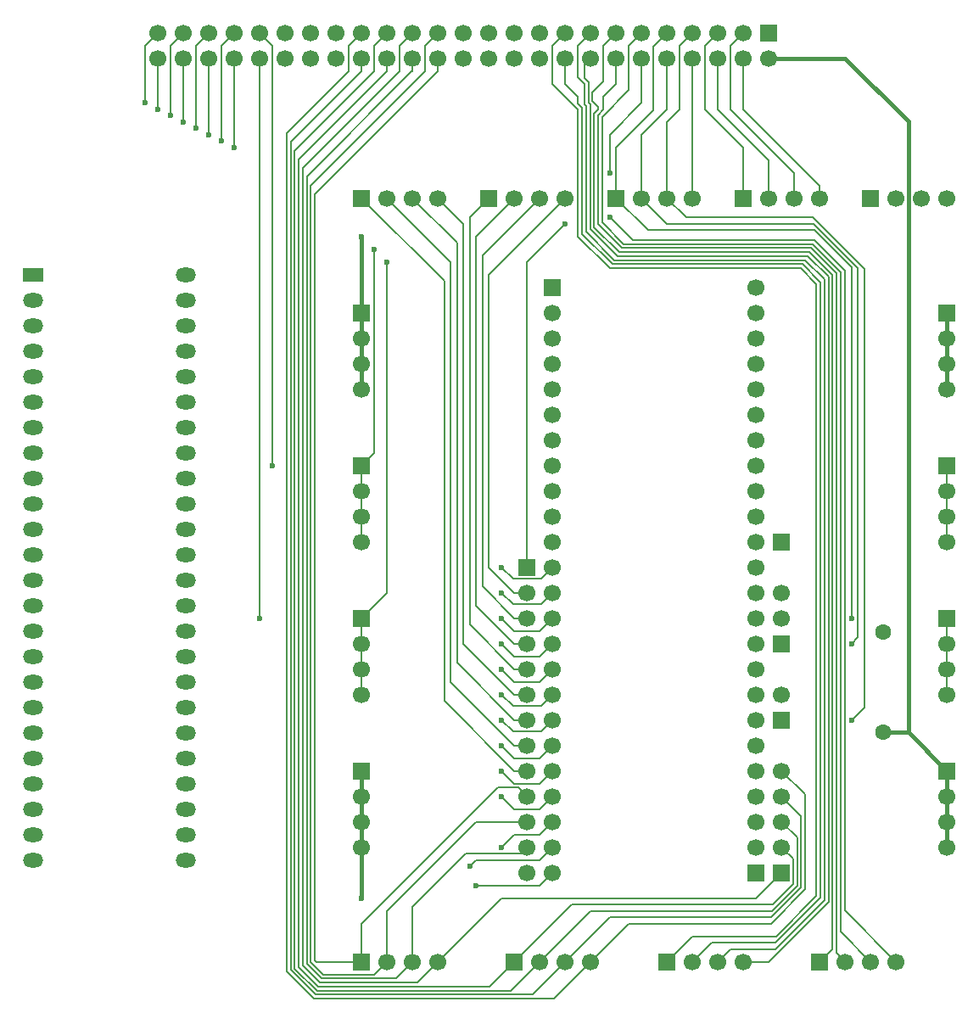
<source format=gbl>
%TF.GenerationSoftware,KiCad,Pcbnew,9.0.3+1*%
%TF.CreationDate,2025-09-17T15:15:53+09:00*%
%TF.ProjectId,romread-adapter,726f6d72-6561-4642-9d61-646170746572,0-0*%
%TF.SameCoordinates,Original*%
%TF.FileFunction,Copper,L2,Bot*%
%TF.FilePolarity,Positive*%
%FSLAX46Y46*%
G04 Gerber Fmt 4.6, Leading zero omitted, Abs format (unit mm)*
G04 Created by KiCad (PCBNEW 9.0.3+1) date 2025-09-17 15:15:53*
%MOMM*%
%LPD*%
G01*
G04 APERTURE LIST*
%TA.AperFunction,ComponentPad*%
%ADD10R,1.700000X1.700000*%
%TD*%
%TA.AperFunction,ComponentPad*%
%ADD11C,1.700000*%
%TD*%
%TA.AperFunction,ComponentPad*%
%ADD12R,2.000000X1.440000*%
%TD*%
%TA.AperFunction,ComponentPad*%
%ADD13O,2.000000X1.440000*%
%TD*%
%TA.AperFunction,ComponentPad*%
%ADD14C,1.600000*%
%TD*%
%TA.AperFunction,ViaPad*%
%ADD15C,0.600000*%
%TD*%
%TA.AperFunction,Conductor*%
%ADD16C,0.400000*%
%TD*%
%TA.AperFunction,Conductor*%
%ADD17C,0.200000*%
%TD*%
G04 APERTURE END LIST*
D10*
%TO.P,JH41,1,VCC*%
%TO.N,VCC*%
X196850000Y-81276902D03*
D11*
%TO.P,JH41,2,VCC*%
X196850000Y-83816902D03*
%TO.P,JH41,3,VCC*%
X196850000Y-86356902D03*
%TO.P,JH41,4,VCC*%
X196850000Y-88896902D03*
%TD*%
D10*
%TO.P,JH32,1,CS*%
%TO.N,CS*%
X138430000Y-96520000D03*
D11*
%TO.P,JH32,2,CS*%
X138430000Y-99060000D03*
%TO.P,JH32,3,CS*%
X138430000Y-101600000D03*
%TO.P,JH32,4,CS*%
X138430000Y-104140000D03*
%TD*%
D10*
%TO.P,JH42,1,CS*%
%TO.N,CS*%
X196850000Y-96516902D03*
D11*
%TO.P,JH42,2,CS*%
X196850000Y-99056902D03*
%TO.P,JH42,3,CS*%
X196850000Y-101596902D03*
%TO.P,JH42,4,CS*%
X196850000Y-104136902D03*
%TD*%
D10*
%TO.P,JH1,1,Vcc*%
%TO.N,VCC*%
X179070000Y-53340000D03*
D11*
%TO.P,JH1,2,GND*%
%TO.N,GND*%
X179070000Y-55880000D03*
%TO.P,JH1,3,A14*%
%TO.N,A14*%
X176530000Y-53340000D03*
%TO.P,JH1,4,A15*%
%TO.N,A15*%
X176530000Y-55880000D03*
%TO.P,JH1,5,A12*%
%TO.N,A12*%
X173990000Y-53340000D03*
%TO.P,JH1,6,A13*%
%TO.N,A13*%
X173990000Y-55880000D03*
%TO.P,JH1,7,A10*%
%TO.N,A10*%
X171450000Y-53340000D03*
%TO.P,JH1,8,A11*%
%TO.N,A11*%
X171450000Y-55880000D03*
%TO.P,JH1,9,A8*%
%TO.N,A8*%
X168910000Y-53340000D03*
%TO.P,JH1,10,A9*%
%TO.N,A9*%
X168910000Y-55880000D03*
%TO.P,JH1,11,D14*%
%TO.N,D14*%
X166370000Y-53340000D03*
%TO.P,JH1,12,D15*%
%TO.N,D15*%
X166370000Y-55880000D03*
%TO.P,JH1,13,D12*%
%TO.N,D12*%
X163830000Y-53340000D03*
%TO.P,JH1,14,D13*%
%TO.N,D13*%
X163830000Y-55880000D03*
%TO.P,JH1,15,D10*%
%TO.N,D10*%
X161290000Y-53340000D03*
%TO.P,JH1,16,D11*%
%TO.N,D11*%
X161290000Y-55880000D03*
%TO.P,JH1,17,D8*%
%TO.N,D8*%
X158750000Y-53340000D03*
%TO.P,JH1,18,D9*%
%TO.N,D9*%
X158750000Y-55880000D03*
%TO.P,JH1,19,P19*%
%TO.N,unconnected-(JH1-P19-Pad19)*%
X156210000Y-53340000D03*
%TO.P,JH1,20,P20*%
%TO.N,unconnected-(JH1-P20-Pad20)*%
X156210000Y-55880000D03*
%TO.P,JH1,21,P21*%
%TO.N,unconnected-(JH1-P21-Pad21)*%
X153670000Y-53340000D03*
%TO.P,JH1,22,P22*%
%TO.N,unconnected-(JH1-P22-Pad22)*%
X153670000Y-55880000D03*
%TO.P,JH1,23,P23*%
%TO.N,unconnected-(JH1-P23-Pad23)*%
X151130000Y-53340000D03*
%TO.P,JH1,24,P24*%
%TO.N,unconnected-(JH1-P24-Pad24)*%
X151130000Y-55880000D03*
%TO.P,JH1,25,P25*%
%TO.N,unconnected-(JH1-P25-Pad25)*%
X148590000Y-53340000D03*
%TO.P,JH1,26,P26*%
%TO.N,unconnected-(JH1-P26-Pad26)*%
X148590000Y-55880000D03*
%TO.P,JH1,27,D1*%
%TO.N,D1*%
X146050000Y-53340000D03*
%TO.P,JH1,28,D0*%
%TO.N,D0*%
X146050000Y-55880000D03*
%TO.P,JH1,29,D3*%
%TO.N,D3*%
X143510000Y-53340000D03*
%TO.P,JH1,30,D2*%
%TO.N,D2*%
X143510000Y-55880000D03*
%TO.P,JH1,31,D5*%
%TO.N,D5*%
X140970000Y-53340000D03*
%TO.P,JH1,32,D4*%
%TO.N,D4*%
X140970000Y-55880000D03*
%TO.P,JH1,33,D7*%
%TO.N,D7*%
X138430000Y-53340000D03*
%TO.P,JH1,34,D6*%
%TO.N,D6*%
X138430000Y-55880000D03*
%TO.P,JH1,35,A18*%
%TO.N,A18*%
X135890000Y-53340000D03*
%TO.P,JH1,36,A19*%
%TO.N,A19*%
X135890000Y-55880000D03*
%TO.P,JH1,37,A16*%
%TO.N,A16*%
X133350000Y-53340000D03*
%TO.P,JH1,38,A17*%
%TO.N,A17*%
X133350000Y-55880000D03*
%TO.P,JH1,39,P39*%
%TO.N,unconnected-(JH1-P39-Pad39)*%
X130810000Y-53340000D03*
%TO.P,JH1,40,P40*%
%TO.N,unconnected-(JH1-P40-Pad40)*%
X130810000Y-55880000D03*
%TO.P,JH1,41,CS*%
%TO.N,CS*%
X128270000Y-53340000D03*
%TO.P,JH1,42,~{CS}*%
%TO.N,~{CS}*%
X128270000Y-55880000D03*
%TO.P,JH1,43,A1*%
%TO.N,A1*%
X125730000Y-53340000D03*
%TO.P,JH1,44,A0*%
%TO.N,A0*%
X125730000Y-55880000D03*
%TO.P,JH1,45,A3*%
%TO.N,A3*%
X123190000Y-53340000D03*
%TO.P,JH1,46,A2*%
%TO.N,A2*%
X123190000Y-55880000D03*
%TO.P,JH1,47,A5*%
%TO.N,A5*%
X120650000Y-53340000D03*
%TO.P,JH1,48,A4*%
%TO.N,A4*%
X120650000Y-55880000D03*
%TO.P,JH1,49,A7*%
%TO.N,A7*%
X118110000Y-53340000D03*
%TO.P,JH1,50,A6*%
%TO.N,A6*%
X118110000Y-55880000D03*
%TD*%
D10*
%TO.P,JR3,1,Pin_25*%
%TO.N,Net-(JR1-Pin_25)*%
X177800000Y-137156902D03*
D11*
%TO.P,JR3,2,Pin_26*%
%TO.N,Net-(JR1-Pin_26)*%
X177800000Y-134616902D03*
%TO.P,JR3,3,Pin_27*%
%TO.N,Net-(JR1-Pin_27)*%
X177800000Y-132076902D03*
%TO.P,JR3,4,Pin_28*%
%TO.N,Net-(JR1-Pin_28)*%
X177800000Y-129536902D03*
%TO.P,JR3,5,Pin_29*%
%TO.N,Net-(JR1-Pin_29)*%
X177800000Y-126996902D03*
%TO.P,JR3,6,Pin_30*%
%TO.N,Net-(JR1-Pin_30)*%
X177800000Y-124456902D03*
%TO.P,JR3,7,Pin_31*%
%TO.N,Net-(JR1-Pin_31)*%
X177800000Y-121916902D03*
%TO.P,JR3,8,Pin_32*%
%TO.N,Net-(JR1-Pin_32)*%
X177800000Y-119376902D03*
%TO.P,JR3,9,Pin_33*%
%TO.N,Net-(JR1-Pin_33)*%
X177800000Y-116836902D03*
%TO.P,JR3,10,Pin_34*%
%TO.N,Net-(JR1-Pin_34)*%
X177800000Y-114296902D03*
%TO.P,JR3,11,Pin_35*%
%TO.N,Net-(JR1-Pin_35)*%
X177800000Y-111756902D03*
%TO.P,JR3,12,Pin_36*%
%TO.N,Net-(JR1-Pin_36)*%
X177800000Y-109216902D03*
%TO.P,JR3,13,Pin_37*%
%TO.N,Net-(JR1-Pin_37)*%
X177800000Y-106676902D03*
%TO.P,JR3,14,Pin_38*%
%TO.N,Net-(JR1-Pin_38)*%
X177800000Y-104136902D03*
%TO.P,JR3,15,Pin_39*%
%TO.N,Net-(JR1-Pin_39)*%
X177800000Y-101596902D03*
%TO.P,JR3,16,Pin_40*%
%TO.N,Net-(JR1-Pin_40)*%
X177800000Y-99056902D03*
%TO.P,JR3,17,Pin_41*%
%TO.N,Net-(JR1-Pin_41)*%
X177800000Y-96516902D03*
%TO.P,JR3,18,Pin_42*%
%TO.N,Net-(JR1-Pin_42)*%
X177800000Y-93976902D03*
%TO.P,JR3,19,Pin_43*%
%TO.N,Net-(JR1-Pin_43)*%
X177800000Y-91436902D03*
%TO.P,JR3,20,Pin_44*%
%TO.N,Net-(JR1-Pin_44)*%
X177800000Y-88896902D03*
%TO.P,JR3,21,Pin_45*%
%TO.N,Net-(JR1-Pin_45)*%
X177800000Y-86356902D03*
%TO.P,JR3,22,Pin_46*%
%TO.N,Net-(JR1-Pin_46)*%
X177800000Y-83816902D03*
%TO.P,JR3,23,Pin_47*%
%TO.N,Net-(JR1-Pin_47)*%
X177800000Y-81276902D03*
%TO.P,JR3,24,Pin_48*%
%TO.N,Net-(JR1-Pin_48)*%
X177800000Y-78736902D03*
%TD*%
D10*
%TO.P,JH2,1,A12*%
%TO.N,A12*%
X154940000Y-106680000D03*
D11*
%TO.P,JH2,2,A7*%
%TO.N,A7*%
X154940000Y-109220000D03*
%TO.P,JH2,3,A6*%
%TO.N,A6*%
X154940000Y-111760000D03*
%TO.P,JH2,4,A5*%
%TO.N,A5*%
X154940000Y-114300000D03*
%TO.P,JH2,5,A4*%
%TO.N,A4*%
X154940000Y-116840000D03*
%TO.P,JH2,6,A3*%
%TO.N,A3*%
X154940000Y-119380000D03*
%TO.P,JH2,7,A2*%
%TO.N,A2*%
X154940000Y-121920000D03*
%TO.P,JH2,8,A1*%
%TO.N,A1*%
X154940000Y-124460000D03*
%TO.P,JH2,9,A0*%
%TO.N,A0*%
X154940000Y-127000000D03*
%TO.P,JH2,10,D0*%
%TO.N,D0*%
X154940000Y-129540000D03*
%TO.P,JH2,11,D1*%
%TO.N,D1*%
X154940000Y-132080000D03*
%TO.P,JH2,12,D2*%
%TO.N,D2*%
X154940000Y-134620000D03*
%TO.P,JH2,13,GND*%
%TO.N,GND*%
X154940000Y-137160000D03*
%TD*%
D10*
%TO.P,JH14,1,A12*%
%TO.N,A12*%
X176530000Y-69850000D03*
D11*
%TO.P,JH14,2,A13*%
%TO.N,A13*%
X179070000Y-69850000D03*
%TO.P,JH14,3,A14*%
%TO.N,A14*%
X181610000Y-69850000D03*
%TO.P,JH14,4,A15*%
%TO.N,A15*%
X184150000Y-69850000D03*
%TD*%
D12*
%TO.P,JR1,1,Pin_1*%
%TO.N,Net-(JR1-Pin_1)*%
X105659000Y-77470000D03*
D13*
%TO.P,JR1,2,Pin_2*%
%TO.N,Net-(JR1-Pin_2)*%
X105659000Y-80010000D03*
%TO.P,JR1,3,Pin_3*%
%TO.N,Net-(JR1-Pin_3)*%
X105659000Y-82550000D03*
%TO.P,JR1,4,Pin_4*%
%TO.N,Net-(JR1-Pin_4)*%
X105659000Y-85090000D03*
%TO.P,JR1,5,Pin_5*%
%TO.N,Net-(JR1-Pin_5)*%
X105659000Y-87630000D03*
%TO.P,JR1,6,Pin_6*%
%TO.N,Net-(JR1-Pin_6)*%
X105659000Y-90170000D03*
%TO.P,JR1,7,Pin_7*%
%TO.N,Net-(JR1-Pin_7)*%
X105659000Y-92710000D03*
%TO.P,JR1,8,Pin_8*%
%TO.N,Net-(JR1-Pin_8)*%
X105659000Y-95250000D03*
%TO.P,JR1,9,Pin_9*%
%TO.N,Net-(JR1-Pin_9)*%
X105659000Y-97790000D03*
%TO.P,JR1,10,Pin_10*%
%TO.N,Net-(JR1-Pin_10)*%
X105659000Y-100330000D03*
%TO.P,JR1,11,Pin_11*%
%TO.N,Net-(JR1-Pin_11)*%
X105659000Y-102870000D03*
%TO.P,JR1,12,Pin_12*%
%TO.N,Net-(JR1-Pin_12)*%
X105659000Y-105410000D03*
%TO.P,JR1,13,Pin_13*%
%TO.N,Net-(JR1-Pin_13)*%
X105659000Y-107950000D03*
%TO.P,JR1,14,Pin_14*%
%TO.N,Net-(JR1-Pin_14)*%
X105659000Y-110490000D03*
%TO.P,JR1,15,Pin_15*%
%TO.N,Net-(JR1-Pin_15)*%
X105659000Y-113030000D03*
%TO.P,JR1,16,Pin_16*%
%TO.N,Net-(JR1-Pin_16)*%
X105659000Y-115570000D03*
%TO.P,JR1,17,Pin_17*%
%TO.N,Net-(JR1-Pin_17)*%
X105659000Y-118110000D03*
%TO.P,JR1,18,Pin_18*%
%TO.N,Net-(JR1-Pin_18)*%
X105659000Y-120650000D03*
%TO.P,JR1,19,Pin_19*%
%TO.N,Net-(JR1-Pin_19)*%
X105659000Y-123190000D03*
%TO.P,JR1,20,Pin_20*%
%TO.N,Net-(JR1-Pin_20)*%
X105659000Y-125730000D03*
%TO.P,JR1,21,Pin_21*%
%TO.N,Net-(JR1-Pin_21)*%
X105659000Y-128270000D03*
%TO.P,JR1,22,Pin_22*%
%TO.N,Net-(JR1-Pin_22)*%
X105659000Y-130810000D03*
%TO.P,JR1,23,Pin_23*%
%TO.N,Net-(JR1-Pin_23)*%
X105659000Y-133350000D03*
%TO.P,JR1,24,Pin_24*%
%TO.N,Net-(JR1-Pin_24)*%
X105659000Y-135890000D03*
%TO.P,JR1,25,Pin_25*%
%TO.N,Net-(JR1-Pin_25)*%
X120899000Y-135890000D03*
%TO.P,JR1,26,Pin_26*%
%TO.N,Net-(JR1-Pin_26)*%
X120899000Y-133350000D03*
%TO.P,JR1,27,Pin_27*%
%TO.N,Net-(JR1-Pin_27)*%
X120899000Y-130810000D03*
%TO.P,JR1,28,Pin_28*%
%TO.N,Net-(JR1-Pin_28)*%
X120899000Y-128270000D03*
%TO.P,JR1,29,Pin_29*%
%TO.N,Net-(JR1-Pin_29)*%
X120899000Y-125730000D03*
%TO.P,JR1,30,Pin_30*%
%TO.N,Net-(JR1-Pin_30)*%
X120899000Y-123190000D03*
%TO.P,JR1,31,Pin_31*%
%TO.N,Net-(JR1-Pin_31)*%
X120899000Y-120650000D03*
%TO.P,JR1,32,Pin_32*%
%TO.N,Net-(JR1-Pin_32)*%
X120899000Y-118110000D03*
%TO.P,JR1,33,Pin_33*%
%TO.N,Net-(JR1-Pin_33)*%
X120899000Y-115570000D03*
%TO.P,JR1,34,Pin_34*%
%TO.N,Net-(JR1-Pin_34)*%
X120899000Y-113030000D03*
%TO.P,JR1,35,Pin_35*%
%TO.N,Net-(JR1-Pin_35)*%
X120899000Y-110490000D03*
%TO.P,JR1,36,Pin_36*%
%TO.N,Net-(JR1-Pin_36)*%
X120899000Y-107950000D03*
%TO.P,JR1,37,Pin_37*%
%TO.N,Net-(JR1-Pin_37)*%
X120899000Y-105410000D03*
%TO.P,JR1,38,Pin_38*%
%TO.N,Net-(JR1-Pin_38)*%
X120899000Y-102870000D03*
%TO.P,JR1,39,Pin_39*%
%TO.N,Net-(JR1-Pin_39)*%
X120899000Y-100330000D03*
%TO.P,JR1,40,Pin_40*%
%TO.N,Net-(JR1-Pin_40)*%
X120899000Y-97790000D03*
%TO.P,JR1,41,Pin_41*%
%TO.N,Net-(JR1-Pin_41)*%
X120899000Y-95250000D03*
%TO.P,JR1,42,Pin_42*%
%TO.N,Net-(JR1-Pin_42)*%
X120899000Y-92710000D03*
%TO.P,JR1,43,Pin_43*%
%TO.N,Net-(JR1-Pin_43)*%
X120899000Y-90170000D03*
%TO.P,JR1,44,Pin_44*%
%TO.N,Net-(JR1-Pin_44)*%
X120899000Y-87630000D03*
%TO.P,JR1,45,Pin_45*%
%TO.N,Net-(JR1-Pin_45)*%
X120899000Y-85090000D03*
%TO.P,JR1,46,Pin_46*%
%TO.N,Net-(JR1-Pin_46)*%
X120899000Y-82550000D03*
%TO.P,JR1,47,Pin_47*%
%TO.N,Net-(JR1-Pin_47)*%
X120899000Y-80010000D03*
%TO.P,JR1,48,Pin_48*%
%TO.N,Net-(JR1-Pin_48)*%
X120899000Y-77470000D03*
%TD*%
D10*
%TO.P,JH6,1,VCC*%
%TO.N,VCC*%
X180340000Y-104136902D03*
%TD*%
%TO.P,JH43,1,~{CS}*%
%TO.N,~{CS}*%
X196850000Y-111756902D03*
D11*
%TO.P,JH43,2,~{CS}*%
X196850000Y-114296902D03*
%TO.P,JH43,3,~{CS}*%
X196850000Y-116836902D03*
%TO.P,JH43,4,~{CS}*%
X196850000Y-119376902D03*
%TD*%
D10*
%TO.P,JH23,1,D8*%
%TO.N,D8*%
X168910000Y-146050000D03*
D11*
%TO.P,JH23,2,D9*%
%TO.N,D9*%
X171450000Y-146050000D03*
%TO.P,JH23,3,D10*%
%TO.N,D10*%
X173990000Y-146050000D03*
%TO.P,JH23,4,D11*%
%TO.N,D11*%
X176530000Y-146050000D03*
%TD*%
D10*
%TO.P,JH22,1,D4*%
%TO.N,D4*%
X153670000Y-146050000D03*
D11*
%TO.P,JH22,2,D5*%
%TO.N,D5*%
X156210000Y-146050000D03*
%TO.P,JH22,3,D6*%
%TO.N,D6*%
X158750000Y-146050000D03*
%TO.P,JH22,4,D7*%
%TO.N,D7*%
X161290000Y-146050000D03*
%TD*%
D10*
%TO.P,JH24,1,D12*%
%TO.N,D12*%
X184150000Y-146050000D03*
D11*
%TO.P,JH24,2,D13*%
%TO.N,D13*%
X186690000Y-146050000D03*
%TO.P,JH24,3,D14*%
%TO.N,D14*%
X189230000Y-146050000D03*
%TO.P,JH24,4,D15*%
%TO.N,D15*%
X191770000Y-146050000D03*
%TD*%
D10*
%TO.P,JH31,1,VCC*%
%TO.N,VCC*%
X138430000Y-81280000D03*
D11*
%TO.P,JH31,2,VCC*%
X138430000Y-83820000D03*
%TO.P,JH31,3,VCC*%
X138430000Y-86360000D03*
%TO.P,JH31,4,VCC*%
X138430000Y-88900000D03*
%TD*%
D10*
%TO.P,JH34,1,GND*%
%TO.N,GND*%
X138430000Y-127000000D03*
D11*
%TO.P,JH34,2,GND*%
X138430000Y-129540000D03*
%TO.P,JH34,3,GND*%
X138430000Y-132080000D03*
%TO.P,JH34,4,GND*%
X138430000Y-134620000D03*
%TD*%
D10*
%TO.P,JH5,1,A9*%
%TO.N,A9*%
X180340000Y-114296902D03*
D11*
%TO.P,JH5,2,A8*%
%TO.N,A8*%
X180340000Y-111756902D03*
%TO.P,JH5,3,VCC*%
%TO.N,VCC*%
X180340000Y-109216902D03*
%TD*%
D10*
%TO.P,JH11,1,A0*%
%TO.N,A0*%
X138430000Y-69850000D03*
D11*
%TO.P,JH11,2,A1*%
%TO.N,A1*%
X140970000Y-69850000D03*
%TO.P,JH11,3,A2*%
%TO.N,A2*%
X143510000Y-69850000D03*
%TO.P,JH11,4,A3*%
%TO.N,A3*%
X146050000Y-69850000D03*
%TD*%
D10*
%TO.P,JH13,1,A8*%
%TO.N,A8*%
X163830000Y-69850000D03*
D11*
%TO.P,JH13,2,A9*%
%TO.N,A9*%
X166370000Y-69850000D03*
%TO.P,JH13,3,A10*%
%TO.N,A10*%
X168910000Y-69850000D03*
%TO.P,JH13,4,A11*%
%TO.N,A11*%
X171450000Y-69850000D03*
%TD*%
D14*
%TO.P,C1,1*%
%TO.N,VCC*%
X190500000Y-113110000D03*
%TO.P,C1,2*%
%TO.N,GND*%
X190500000Y-123110000D03*
%TD*%
D10*
%TO.P,JH4,1,A10*%
%TO.N,A10*%
X180340000Y-121916902D03*
D11*
%TO.P,JH4,2,~{CS}*%
%TO.N,~{CS}*%
X180340000Y-119376902D03*
%TD*%
D10*
%TO.P,JH21,1,D0*%
%TO.N,D0*%
X138430000Y-146050000D03*
D11*
%TO.P,JH21,2,D1*%
%TO.N,D1*%
X140970000Y-146050000D03*
%TO.P,JH21,3,D2*%
%TO.N,D2*%
X143510000Y-146050000D03*
%TO.P,JH21,4,D3*%
%TO.N,D3*%
X146050000Y-146050000D03*
%TD*%
D10*
%TO.P,JH33,1,~{CS}*%
%TO.N,~{CS}*%
X138430000Y-111760000D03*
D11*
%TO.P,JH33,2,~{CS}*%
X138430000Y-114300000D03*
%TO.P,JH33,3,~{CS}*%
X138430000Y-116840000D03*
%TO.P,JH33,4,~{CS}*%
X138430000Y-119380000D03*
%TD*%
D10*
%TO.P,JH15,1,A16*%
%TO.N,A16*%
X189230000Y-69850000D03*
D11*
%TO.P,JH15,2,A17*%
%TO.N,A17*%
X191770000Y-69850000D03*
%TO.P,JH15,3,A18*%
%TO.N,A18*%
X194310000Y-69850000D03*
%TO.P,JH15,4,A19*%
%TO.N,A19*%
X196850000Y-69850000D03*
%TD*%
D10*
%TO.P,JH3,1,D3*%
%TO.N,D3*%
X180340000Y-137156902D03*
D11*
%TO.P,JH3,2,D4*%
%TO.N,D4*%
X180340000Y-134616902D03*
%TO.P,JH3,3,D5*%
%TO.N,D5*%
X180340000Y-132076902D03*
%TO.P,JH3,4,D6*%
%TO.N,D6*%
X180340000Y-129536902D03*
%TO.P,JH3,5,D7*%
%TO.N,D7*%
X180340000Y-126996902D03*
%TD*%
D10*
%TO.P,JH44,1,GND*%
%TO.N,GND*%
X196850000Y-126996902D03*
D11*
%TO.P,JH44,2,GND*%
X196850000Y-129536902D03*
%TO.P,JH44,3,GND*%
X196850000Y-132076902D03*
%TO.P,JH44,4,GND*%
X196850000Y-134616902D03*
%TD*%
D10*
%TO.P,JR2,1,Pin_1*%
%TO.N,Net-(JR1-Pin_1)*%
X157480000Y-78740000D03*
D11*
%TO.P,JR2,2,Pin_2*%
%TO.N,Net-(JR1-Pin_2)*%
X157480000Y-81280000D03*
%TO.P,JR2,3,Pin_3*%
%TO.N,Net-(JR1-Pin_3)*%
X157480000Y-83820000D03*
%TO.P,JR2,4,Pin_4*%
%TO.N,Net-(JR1-Pin_4)*%
X157480000Y-86360000D03*
%TO.P,JR2,5,Pin_5*%
%TO.N,Net-(JR1-Pin_5)*%
X157480000Y-88900000D03*
%TO.P,JR2,6,Pin_6*%
%TO.N,Net-(JR1-Pin_6)*%
X157480000Y-91440000D03*
%TO.P,JR2,7,Pin_7*%
%TO.N,Net-(JR1-Pin_7)*%
X157480000Y-93980000D03*
%TO.P,JR2,8,Pin_8*%
%TO.N,Net-(JR1-Pin_8)*%
X157480000Y-96520000D03*
%TO.P,JR2,9,Pin_9*%
%TO.N,Net-(JR1-Pin_9)*%
X157480000Y-99060000D03*
%TO.P,JR2,10,Pin_10*%
%TO.N,Net-(JR1-Pin_10)*%
X157480000Y-101600000D03*
%TO.P,JR2,11,Pin_11*%
%TO.N,Net-(JR1-Pin_11)*%
X157480000Y-104140000D03*
%TO.P,JR2,12,Pin_12*%
%TO.N,Net-(JR1-Pin_12)*%
X157480000Y-106680000D03*
%TO.P,JR2,13,Pin_13*%
%TO.N,Net-(JR1-Pin_13)*%
X157480000Y-109220000D03*
%TO.P,JR2,14,Pin_14*%
%TO.N,Net-(JR1-Pin_14)*%
X157480000Y-111760000D03*
%TO.P,JR2,15,Pin_15*%
%TO.N,Net-(JR1-Pin_15)*%
X157480000Y-114300000D03*
%TO.P,JR2,16,Pin_16*%
%TO.N,Net-(JR1-Pin_16)*%
X157480000Y-116840000D03*
%TO.P,JR2,17,Pin_17*%
%TO.N,Net-(JR1-Pin_17)*%
X157480000Y-119380000D03*
%TO.P,JR2,18,Pin_18*%
%TO.N,Net-(JR1-Pin_18)*%
X157480000Y-121920000D03*
%TO.P,JR2,19,Pin_19*%
%TO.N,Net-(JR1-Pin_19)*%
X157480000Y-124460000D03*
%TO.P,JR2,20,Pin_20*%
%TO.N,Net-(JR1-Pin_20)*%
X157480000Y-127000000D03*
%TO.P,JR2,21,Pin_21*%
%TO.N,Net-(JR1-Pin_21)*%
X157480000Y-129540000D03*
%TO.P,JR2,22,Pin_22*%
%TO.N,Net-(JR1-Pin_22)*%
X157480000Y-132080000D03*
%TO.P,JR2,23,Pin_23*%
%TO.N,Net-(JR1-Pin_23)*%
X157480000Y-134620000D03*
%TO.P,JR2,24,Pin_24*%
%TO.N,Net-(JR1-Pin_24)*%
X157480000Y-137160000D03*
%TD*%
D10*
%TO.P,JH12,1,A4*%
%TO.N,A4*%
X151130000Y-69850000D03*
D11*
%TO.P,JH12,2,A5*%
%TO.N,A5*%
X153670000Y-69850000D03*
%TO.P,JH12,3,A6*%
%TO.N,A6*%
X156210000Y-69850000D03*
%TO.P,JH12,4,A7*%
%TO.N,A7*%
X158750000Y-69850000D03*
%TD*%
D15*
%TO.N,GND*%
X138430000Y-139700000D03*
%TO.N,VCC*%
X138430000Y-73660000D03*
%TO.N,A10*%
X187325000Y-121920000D03*
%TO.N,A1*%
X124460000Y-64135000D03*
%TO.N,A9*%
X187325000Y-114296902D03*
%TO.N,A6*%
X118110000Y-60960000D03*
%TO.N,A5*%
X119380000Y-61595000D03*
%TO.N,A3*%
X121920000Y-62865000D03*
%TO.N,A8*%
X187321902Y-111756902D03*
%TO.N,A4*%
X120650000Y-62230000D03*
%TO.N,CS*%
X129540000Y-96520000D03*
X139700000Y-74930000D03*
%TO.N,A7*%
X116840000Y-60325000D03*
%TO.N,A0*%
X125730000Y-64770000D03*
%TO.N,D15*%
X163195000Y-71755000D03*
X163195000Y-67310000D03*
%TO.N,~{CS}*%
X128270000Y-111760000D03*
X140970000Y-76200000D03*
%TO.N,A2*%
X123190000Y-63500000D03*
%TO.N,A12*%
X158750000Y-72390000D03*
%TO.N,Net-(JR1-Pin_18)*%
X152400000Y-121920000D03*
%TO.N,Net-(JR1-Pin_12)*%
X152400000Y-106680000D03*
%TO.N,Net-(JR1-Pin_24)*%
X149860000Y-138430000D03*
%TO.N,Net-(JR1-Pin_20)*%
X152400000Y-127000000D03*
%TO.N,Net-(JR1-Pin_22)*%
X152400000Y-134620000D03*
%TO.N,Net-(JR1-Pin_17)*%
X152400000Y-119380000D03*
%TO.N,Net-(JR1-Pin_15)*%
X152400000Y-114300000D03*
%TO.N,Net-(JR1-Pin_19)*%
X152400000Y-124460000D03*
%TO.N,Net-(JR1-Pin_13)*%
X152400000Y-109220000D03*
%TO.N,Net-(JR1-Pin_16)*%
X152400000Y-116840000D03*
%TO.N,Net-(JR1-Pin_21)*%
X152400000Y-129540000D03*
%TO.N,Net-(JR1-Pin_14)*%
X152400000Y-111760000D03*
%TO.N,Net-(JR1-Pin_23)*%
X149225000Y-136525000D03*
%TD*%
D16*
%TO.N,GND*%
X138430000Y-129540000D02*
X138430000Y-127000000D01*
X190500000Y-123110000D02*
X192960000Y-123110000D01*
X193021000Y-62211000D02*
X186690000Y-55880000D01*
X193021000Y-123171000D02*
X193021000Y-62211000D01*
X192960000Y-123110000D02*
X193021000Y-123171000D01*
X196850000Y-126996902D02*
X196845000Y-126996902D01*
X196845000Y-126996902D02*
X193021000Y-123172902D01*
X196850000Y-126996902D02*
X196850000Y-134616902D01*
X138430000Y-132080000D02*
X138430000Y-129540000D01*
X193021000Y-123172902D02*
X193021000Y-123171000D01*
X138430000Y-134620000D02*
X138430000Y-139700000D01*
X186690000Y-55880000D02*
X179070000Y-55880000D01*
X138430000Y-134620000D02*
X138430000Y-132080000D01*
%TO.N,VCC*%
X196850000Y-88896902D02*
X196850000Y-81276902D01*
X138430000Y-88900000D02*
X138430000Y-86360000D01*
X138430000Y-86360000D02*
X138430000Y-83820000D01*
X138430000Y-83820000D02*
X138430000Y-81280000D01*
X138430000Y-81280000D02*
X138430000Y-73660000D01*
D17*
%TO.N,A10*%
X187325000Y-121920000D02*
X188595000Y-120650000D01*
X188595000Y-120650000D02*
X188595000Y-76902900D01*
X188595000Y-76902900D02*
X183447100Y-71755000D01*
X183447100Y-71755000D02*
X170815000Y-71755000D01*
X168910000Y-62230000D02*
X168910000Y-69850000D01*
X170815000Y-71755000D02*
X168910000Y-69850000D01*
X170180000Y-54610000D02*
X170180000Y-60960000D01*
X171450000Y-53340000D02*
X170180000Y-54610000D01*
X170180000Y-60960000D02*
X168910000Y-62230000D01*
%TO.N,A1*%
X124460000Y-54610000D02*
X124460000Y-64135000D01*
X153670000Y-124460000D02*
X154940000Y-124460000D01*
X147320000Y-76200000D02*
X147320000Y-118110000D01*
X147320000Y-118110000D02*
X153670000Y-124460000D01*
X125730000Y-53340000D02*
X124460000Y-54610000D01*
X140970000Y-69850000D02*
X147320000Y-76200000D01*
%TO.N,D11*%
X179002100Y-146050000D02*
X176530000Y-146050000D01*
X161223000Y-72890100D02*
X163964900Y-75632000D01*
X161223000Y-60461700D02*
X161223000Y-72890100D01*
X182947000Y-75632000D02*
X185019000Y-77704000D01*
X185019000Y-77704000D02*
X185019000Y-140033100D01*
X161056000Y-60294700D02*
X161223000Y-60461700D01*
X160655000Y-57852900D02*
X161056000Y-58253900D01*
X161056000Y-58253900D02*
X161056000Y-60294700D01*
X163964900Y-75632000D02*
X182947000Y-75632000D01*
X185019000Y-140033100D02*
X179002100Y-146050000D01*
X161290000Y-55880000D02*
X160655000Y-56515000D01*
X160655000Y-56515000D02*
X160655000Y-57852900D01*
%TO.N,A9*%
X168910000Y-60960000D02*
X166370000Y-63500000D01*
X187960000Y-76835000D02*
X183515000Y-72390000D01*
X168910000Y-55880000D02*
X168910000Y-60960000D01*
X187960000Y-113661902D02*
X187960000Y-76835000D01*
X187325000Y-114296902D02*
X187960000Y-113661902D01*
X168910000Y-72390000D02*
X166370000Y-69850000D01*
X166370000Y-63500000D02*
X166370000Y-69850000D01*
X183515000Y-72390000D02*
X168910000Y-72390000D01*
%TO.N,D10*%
X160020000Y-54610000D02*
X161290000Y-53340000D01*
X160822000Y-60627800D02*
X160655000Y-60460800D01*
X160655000Y-60460800D02*
X160655000Y-58420000D01*
X160822000Y-73192000D02*
X160822000Y-60627800D01*
X163663000Y-76033000D02*
X160822000Y-73192000D01*
X179705000Y-144780000D02*
X184618000Y-139867000D01*
X173990000Y-146050000D02*
X175260000Y-144780000D01*
X160020000Y-57785000D02*
X160020000Y-54610000D01*
X160655000Y-58420000D02*
X160020000Y-57785000D01*
X184618000Y-139867000D02*
X184618000Y-77938000D01*
X175260000Y-144780000D02*
X179705000Y-144780000D01*
X182713000Y-76033000D02*
X163663000Y-76033000D01*
X184618000Y-77938000D02*
X182713000Y-76033000D01*
%TO.N,A14*%
X176530000Y-53340000D02*
X175260000Y-54610000D01*
X175260000Y-60993950D02*
X181610000Y-67343950D01*
X175260000Y-54610000D02*
X175260000Y-60993950D01*
X181610000Y-67343950D02*
X181610000Y-69850000D01*
%TO.N,A6*%
X153670000Y-111760000D02*
X154940000Y-111760000D01*
X118110000Y-55880000D02*
X118110000Y-60960000D01*
X156210000Y-69850000D02*
X150495000Y-75565000D01*
X150495000Y-108585000D02*
X153670000Y-111760000D01*
X150495000Y-75565000D02*
X150495000Y-108585000D01*
%TO.N,A5*%
X153670000Y-114300000D02*
X154940000Y-114300000D01*
X153670000Y-69850000D02*
X149860000Y-73660000D01*
X119380000Y-61595000D02*
X119380000Y-54610000D01*
X149860000Y-73660000D02*
X149860000Y-110490000D01*
X149860000Y-110490000D02*
X153670000Y-114300000D01*
X119380000Y-54610000D02*
X120650000Y-53340000D01*
%TO.N,A3*%
X146050000Y-69850000D02*
X148590000Y-72390000D01*
X121920000Y-62865000D02*
X121920000Y-54610000D01*
X153670000Y-119380000D02*
X154940000Y-119380000D01*
X148590000Y-114300000D02*
X153670000Y-119380000D01*
X121920000Y-54610000D02*
X123190000Y-53340000D01*
X148590000Y-72390000D02*
X148590000Y-114300000D01*
%TO.N,A8*%
X187325000Y-76767100D02*
X183582900Y-73025000D01*
X183582900Y-73025000D02*
X167005000Y-73025000D01*
X167005000Y-73025000D02*
X163830000Y-69850000D01*
X167521000Y-61079000D02*
X167521000Y-54729000D01*
X187321902Y-111756902D02*
X187325000Y-111753804D01*
X163830000Y-64770000D02*
X167521000Y-61079000D01*
X163830000Y-69850000D02*
X163830000Y-64770000D01*
X167521000Y-54729000D02*
X168910000Y-53340000D01*
X187325000Y-111753804D02*
X187325000Y-76767100D01*
%TO.N,A4*%
X120650000Y-55880000D02*
X120650000Y-62230000D01*
X151130000Y-69850000D02*
X149225000Y-71755000D01*
X149225000Y-71755000D02*
X149225000Y-112395000D01*
X149225000Y-112395000D02*
X153670000Y-116840000D01*
X153670000Y-116840000D02*
X154940000Y-116840000D01*
%TO.N,CS*%
X196850000Y-99056902D02*
X196850000Y-101596902D01*
X138430000Y-104140000D02*
X138430000Y-101600000D01*
X139700000Y-95250000D02*
X139700000Y-74930000D01*
X196850000Y-96516902D02*
X196850000Y-99056902D01*
X138430000Y-96520000D02*
X139700000Y-95250000D01*
X129540000Y-54610000D02*
X129540000Y-96520000D01*
X138430000Y-101600000D02*
X138430000Y-99060000D01*
X196850000Y-101596902D02*
X196850000Y-104136902D01*
X128270000Y-53340000D02*
X129540000Y-54610000D01*
X138430000Y-99060000D02*
X138430000Y-96520000D01*
%TO.N,A15*%
X176530000Y-55880000D02*
X176530000Y-60960000D01*
X176530000Y-60960000D02*
X184150000Y-68580000D01*
X184150000Y-68580000D02*
X184150000Y-69850000D01*
%TO.N,A7*%
X158750000Y-69850000D02*
X151130000Y-77470000D01*
X116840000Y-60325000D02*
X116840000Y-54610000D01*
X151130000Y-106680000D02*
X151130000Y-77470000D01*
X154940000Y-109220000D02*
X153670000Y-109220000D01*
X116840000Y-54610000D02*
X118110000Y-53340000D01*
X153670000Y-109220000D02*
X151130000Y-106680000D01*
%TO.N,A0*%
X138430000Y-69850000D02*
X146685000Y-78105000D01*
X154940000Y-127000000D02*
X153670000Y-127000000D01*
X146685000Y-120015000D02*
X146685000Y-78105000D01*
X153670000Y-127000000D02*
X146685000Y-120015000D01*
X125730000Y-64770000D02*
X125730000Y-55880000D01*
%TO.N,D9*%
X160020000Y-59690000D02*
X158750000Y-58420000D01*
X163429000Y-76434000D02*
X160421000Y-73426000D01*
X171450000Y-146050000D02*
X173355000Y-144145000D01*
X179705000Y-144145000D02*
X184217000Y-139633000D01*
X158750000Y-58420000D02*
X158750000Y-55880000D01*
X184217000Y-78239900D02*
X182411100Y-76434000D01*
X160421000Y-60793900D02*
X160020000Y-60392900D01*
X160421000Y-73426000D02*
X160421000Y-60793900D01*
X160020000Y-60392900D02*
X160020000Y-59690000D01*
X173355000Y-144145000D02*
X179705000Y-144145000D01*
X184217000Y-139633000D02*
X184217000Y-78239900D01*
X182411100Y-76434000D02*
X163429000Y-76434000D01*
%TO.N,D14*%
X162426000Y-72256000D02*
X162426000Y-61729000D01*
X189230000Y-146050000D02*
X186222000Y-143042000D01*
X186222000Y-143042000D02*
X186222000Y-77205700D01*
X164599000Y-74429000D02*
X162426000Y-72256000D01*
X183445300Y-74429000D02*
X164599000Y-74429000D01*
X165100000Y-59055000D02*
X165100000Y-54610000D01*
X162426000Y-61729000D02*
X165100000Y-59055000D01*
X186222000Y-77205700D02*
X183445300Y-74429000D01*
X165100000Y-54610000D02*
X166370000Y-53340000D01*
%TO.N,D13*%
X185821000Y-145181000D02*
X186690000Y-146050000D01*
X163830000Y-55880000D02*
X163830000Y-58420000D01*
X162560000Y-61027900D02*
X162025000Y-61562900D01*
X162560000Y-59690000D02*
X162560000Y-61027900D01*
X163830000Y-58420000D02*
X162560000Y-59690000D01*
X164432900Y-74830000D02*
X183279200Y-74830000D01*
X183279200Y-74830000D02*
X185821000Y-77371800D01*
X162025000Y-72422100D02*
X164432900Y-74830000D01*
X162025000Y-61562900D02*
X162025000Y-72422100D01*
X185821000Y-77371800D02*
X185821000Y-145181000D01*
%TO.N,D15*%
X165468000Y-74028000D02*
X163195000Y-71755000D01*
X163195000Y-63500000D02*
X166370000Y-60325000D01*
X186623000Y-77039600D02*
X183611400Y-74028000D01*
X183611400Y-74028000D02*
X165468000Y-74028000D01*
X163195000Y-67310000D02*
X163195000Y-63500000D01*
X186623000Y-140903000D02*
X186623000Y-77039600D01*
X166370000Y-60325000D02*
X166370000Y-55880000D01*
X191770000Y-146050000D02*
X186623000Y-140903000D01*
%TO.N,D5*%
X133955600Y-148924000D02*
X153336000Y-148924000D01*
X153336000Y-148924000D02*
X156210000Y-146050000D01*
X161290000Y-140970000D02*
X179396002Y-140970000D01*
X140970000Y-53340000D02*
X139700000Y-54610000D01*
X181892000Y-138474002D02*
X181892000Y-133628902D01*
X131746000Y-65104000D02*
X131746000Y-146714400D01*
X131746000Y-146714400D02*
X133955600Y-148924000D01*
X139700000Y-54610000D02*
X139700000Y-57150000D01*
X156210000Y-146050000D02*
X161290000Y-140970000D01*
X179396002Y-140970000D02*
X181892000Y-138474002D01*
X181892000Y-133628902D02*
X180340000Y-132076902D01*
X139700000Y-57150000D02*
X131746000Y-65104000D01*
%TO.N,A11*%
X171450000Y-69850000D02*
X171450000Y-55880000D01*
%TO.N,D2*%
X143510000Y-55880000D02*
X143510000Y-57082081D01*
X143510000Y-55880000D02*
X143510000Y-57150000D01*
X141839000Y-147721000D02*
X143510000Y-146050000D01*
X154305000Y-135255000D02*
X154940000Y-134620000D01*
X134453900Y-147721000D02*
X141839000Y-147721000D01*
X143510000Y-146050000D02*
X143510000Y-140545028D01*
X148800028Y-135255000D02*
X154305000Y-135255000D01*
X143510000Y-57082081D02*
X132949000Y-67643081D01*
X148695014Y-135360014D02*
X148834028Y-135221000D01*
X132949000Y-67643081D02*
X132949000Y-146216100D01*
X148695014Y-135360014D02*
X148800028Y-135255000D01*
X143510000Y-140545028D02*
X148695014Y-135360014D01*
X132949000Y-146216100D02*
X134453900Y-147721000D01*
%TO.N,~{CS}*%
X138430000Y-119380000D02*
X138430000Y-116840000D01*
X138430000Y-114300000D02*
X138430000Y-111760000D01*
X128270000Y-55880000D02*
X128270000Y-111760000D01*
X196850000Y-119376902D02*
X196850000Y-111756902D01*
X140970000Y-76200000D02*
X140970000Y-109220000D01*
X140970000Y-109220000D02*
X138430000Y-111760000D01*
X138430000Y-116840000D02*
X138430000Y-114300000D01*
%TO.N,D12*%
X161457000Y-59289000D02*
X161457000Y-60128600D01*
X183113100Y-75231000D02*
X185420000Y-77537900D01*
X162052000Y-60968800D02*
X161624000Y-61396800D01*
X163830000Y-53340000D02*
X162560000Y-54610000D01*
X185420000Y-77537900D02*
X185420000Y-144780000D01*
X161457000Y-60128600D02*
X162052000Y-60723600D01*
X161624000Y-72724000D02*
X164131000Y-75231000D01*
X162560000Y-54610000D02*
X162560000Y-58186000D01*
X162560000Y-58186000D02*
X161457000Y-59289000D01*
X164131000Y-75231000D02*
X183113100Y-75231000D01*
X162052000Y-60723600D02*
X162052000Y-60968800D01*
X161624000Y-61396800D02*
X161624000Y-72724000D01*
X185420000Y-144780000D02*
X184150000Y-146050000D01*
%TO.N,D0*%
X138430000Y-142240000D02*
X151999000Y-128671000D01*
X151999000Y-128671000D02*
X154071000Y-128671000D01*
X146050000Y-57150000D02*
X133751000Y-69449000D01*
X154071000Y-128671000D02*
X154940000Y-129540000D01*
X133751000Y-69449000D02*
X133751000Y-145883900D01*
X146050000Y-55880000D02*
X146050000Y-57150000D01*
X133751000Y-145883900D02*
X133917100Y-146050000D01*
X133917100Y-146050000D02*
X138430000Y-146050000D01*
X138430000Y-146050000D02*
X138430000Y-142240000D01*
%TO.N,A2*%
X143510000Y-69850000D02*
X147955000Y-74295000D01*
X153670000Y-121920000D02*
X154940000Y-121920000D01*
X123190000Y-63500000D02*
X123190000Y-55880000D01*
X147955000Y-116205000D02*
X153670000Y-121920000D01*
X147955000Y-74295000D02*
X147955000Y-116205000D01*
%TO.N,D6*%
X179328102Y-141605000D02*
X163195000Y-141605000D01*
X182293000Y-131489902D02*
X182293000Y-138640102D01*
X131345000Y-64235000D02*
X138430000Y-57150000D01*
X182293000Y-138640102D02*
X179328102Y-141605000D01*
X163195000Y-141605000D02*
X158750000Y-146050000D01*
X158750000Y-146050000D02*
X155475000Y-149325000D01*
X133789500Y-149325000D02*
X131345000Y-146880500D01*
X155475000Y-149325000D02*
X133789500Y-149325000D01*
X131345000Y-146880500D02*
X131345000Y-64235000D01*
X180340000Y-129536902D02*
X182293000Y-131489902D01*
X138430000Y-57150000D02*
X138430000Y-55880000D01*
%TO.N,A13*%
X179070000Y-69850000D02*
X179070000Y-66040000D01*
X173990000Y-60960000D02*
X173990000Y-55880000D01*
X179070000Y-66040000D02*
X173990000Y-60960000D01*
%TO.N,D7*%
X180340000Y-126996902D02*
X182694000Y-129350902D01*
X182694000Y-138806202D02*
X179260202Y-142240000D01*
X165100000Y-142240000D02*
X161290000Y-146050000D01*
X157614000Y-149726000D02*
X161290000Y-146050000D01*
X182694000Y-129350902D02*
X182694000Y-138806202D01*
X179260202Y-142240000D02*
X165100000Y-142240000D01*
X130944000Y-63366000D02*
X130944000Y-147046600D01*
X133623400Y-149726000D02*
X157614000Y-149726000D01*
X137160000Y-57150000D02*
X130944000Y-63366000D01*
X130944000Y-147046600D02*
X133623400Y-149726000D01*
X138430000Y-53340000D02*
X137160000Y-54610000D01*
X137160000Y-54610000D02*
X137160000Y-57150000D01*
%TO.N,A12*%
X172720000Y-60960000D02*
X172720000Y-54610000D01*
X154940000Y-106680000D02*
X154940000Y-76200000D01*
X176530000Y-69850000D02*
X176530000Y-64770000D01*
X154940000Y-76200000D02*
X158750000Y-72390000D01*
X176530000Y-64770000D02*
X172720000Y-60960000D01*
X172720000Y-54610000D02*
X173990000Y-53340000D01*
%TO.N,D1*%
X133350000Y-146050000D02*
X134620000Y-147320000D01*
X139700000Y-147320000D02*
X140970000Y-146050000D01*
X134620000Y-147320000D02*
X139700000Y-147320000D01*
X140970000Y-146050000D02*
X140970000Y-140970000D01*
X133350000Y-68580000D02*
X133350000Y-146050000D01*
X144780000Y-57150000D02*
X133350000Y-68580000D01*
X149860000Y-132080000D02*
X154940000Y-132080000D01*
X146050000Y-53340000D02*
X144780000Y-54610000D01*
X144780000Y-54610000D02*
X144780000Y-57150000D01*
X140970000Y-140970000D02*
X149860000Y-132080000D01*
%TO.N,D3*%
X143978000Y-148122000D02*
X146050000Y-146050000D01*
X180340000Y-137160000D02*
X177800000Y-139700000D01*
X132548000Y-66842000D02*
X132548000Y-146382200D01*
X142240000Y-54610000D02*
X142240000Y-57150000D01*
X152400000Y-139700000D02*
X146050000Y-146050000D01*
X132548000Y-146382200D02*
X134287800Y-148122000D01*
X143510000Y-53340000D02*
X142240000Y-54610000D01*
X180340000Y-137156902D02*
X180340000Y-137160000D01*
X177800000Y-139700000D02*
X152400000Y-139700000D01*
X134287800Y-148122000D02*
X143978000Y-148122000D01*
X142240000Y-57150000D02*
X132548000Y-66842000D01*
%TO.N,D4*%
X180340000Y-134616902D02*
X181491000Y-135767902D01*
X132147000Y-146548300D02*
X134121700Y-148523000D01*
X140970000Y-55880000D02*
X140970000Y-57150000D01*
X179463902Y-140335000D02*
X159385000Y-140335000D01*
X181491000Y-135767902D02*
X181491000Y-138307902D01*
X159385000Y-140335000D02*
X153670000Y-146050000D01*
X140970000Y-57150000D02*
X132147000Y-65973000D01*
X134121700Y-148523000D02*
X151197000Y-148523000D01*
X151197000Y-148523000D02*
X153670000Y-146050000D01*
X132147000Y-65973000D02*
X132147000Y-146548300D01*
X181491000Y-138307902D02*
X179463902Y-140335000D01*
%TO.N,D8*%
X182245000Y-76835000D02*
X163195000Y-76835000D01*
X183816000Y-78406000D02*
X182245000Y-76835000D01*
X157480000Y-58420000D02*
X157480000Y-54610000D01*
X160020000Y-60960000D02*
X157480000Y-58420000D01*
X171450000Y-143510000D02*
X179772900Y-143510000D01*
X168910000Y-146050000D02*
X171450000Y-143510000D01*
X157480000Y-54610000D02*
X158750000Y-53340000D01*
X183816000Y-139466900D02*
X183816000Y-78406000D01*
X179772900Y-143510000D02*
X183816000Y-139466900D01*
X163195000Y-76835000D02*
X160020000Y-73660000D01*
X160020000Y-73660000D02*
X160020000Y-60960000D01*
%TO.N,Net-(JR1-Pin_18)*%
X156329000Y-123071000D02*
X157480000Y-121920000D01*
X153551000Y-123071000D02*
X156329000Y-123071000D01*
X152400000Y-121920000D02*
X153551000Y-123071000D01*
%TO.N,Net-(JR1-Pin_12)*%
X156329000Y-107831000D02*
X157480000Y-106680000D01*
X153551000Y-107831000D02*
X156329000Y-107831000D01*
X152400000Y-106680000D02*
X153551000Y-107831000D01*
%TO.N,Net-(JR1-Pin_24)*%
X156210000Y-138430000D02*
X157480000Y-137160000D01*
X149860000Y-138430000D02*
X156210000Y-138430000D01*
%TO.N,Net-(JR1-Pin_20)*%
X156210000Y-128270000D02*
X157480000Y-127000000D01*
X152400000Y-127000000D02*
X153670000Y-128270000D01*
X153670000Y-128270000D02*
X156210000Y-128270000D01*
%TO.N,Net-(JR1-Pin_22)*%
X152400000Y-134620000D02*
X153670000Y-133350000D01*
X156210000Y-133350000D02*
X157480000Y-132080000D01*
X153670000Y-133350000D02*
X156210000Y-133350000D01*
%TO.N,Net-(JR1-Pin_17)*%
X153551000Y-120531000D02*
X156329000Y-120531000D01*
X152400000Y-119380000D02*
X153551000Y-120531000D01*
X156329000Y-120531000D02*
X157480000Y-119380000D01*
%TO.N,Net-(JR1-Pin_15)*%
X153670000Y-115570000D02*
X156210000Y-115570000D01*
X152400000Y-114300000D02*
X153670000Y-115570000D01*
X156210000Y-115570000D02*
X157480000Y-114300000D01*
%TO.N,Net-(JR1-Pin_19)*%
X153670000Y-125730000D02*
X156210000Y-125730000D01*
X156210000Y-125730000D02*
X157480000Y-124460000D01*
X152400000Y-124460000D02*
X153670000Y-125730000D01*
%TO.N,Net-(JR1-Pin_13)*%
X152400000Y-109220000D02*
X153551000Y-110371000D01*
X156329000Y-110371000D02*
X157480000Y-109220000D01*
X153551000Y-110371000D02*
X156329000Y-110371000D01*
%TO.N,Net-(JR1-Pin_16)*%
X153670000Y-118110000D02*
X156210000Y-118110000D01*
X156210000Y-118110000D02*
X157480000Y-116840000D01*
X152400000Y-116840000D02*
X153670000Y-118110000D01*
%TO.N,Net-(JR1-Pin_21)*%
X152400000Y-129540000D02*
X153670000Y-130810000D01*
X156210000Y-130810000D02*
X157480000Y-129540000D01*
X153670000Y-130810000D02*
X156210000Y-130810000D01*
%TO.N,Net-(JR1-Pin_14)*%
X152400000Y-111760000D02*
X153670000Y-113030000D01*
X153670000Y-113030000D02*
X156210000Y-113030000D01*
X156210000Y-113030000D02*
X157480000Y-111760000D01*
%TO.N,Net-(JR1-Pin_23)*%
X149860000Y-135890000D02*
X156210000Y-135890000D01*
X156210000Y-135890000D02*
X157480000Y-134620000D01*
X149225000Y-136525000D02*
X149860000Y-135890000D01*
%TD*%
M02*

</source>
